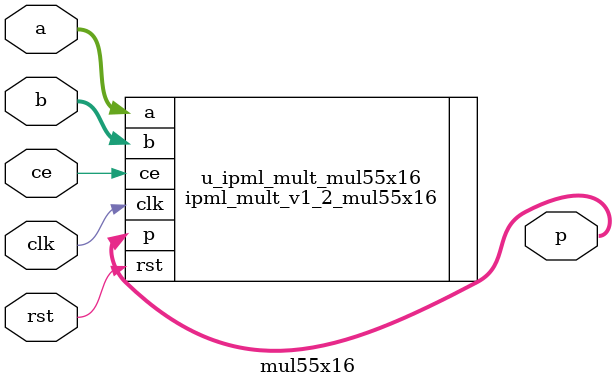
<source format=v>

module mul55x16
(
     ce  ,
     rst ,
     clk ,
     a   ,
     b   ,
     p
);



localparam ASIZE = 55 ; //@IPC int 2,72

localparam BSIZE = 16 ; //@IPC int 2,72

localparam A_SIGNED = 0 ; //@IPC enum 0,1

localparam B_SIGNED = 0 ; //@IPC enum 0,1

localparam ASYNC_RST = 1 ; //@IPC enum 0,1

localparam OPTIMAL_TIMING = 0 ; //@IPC enum 0,1

localparam INREG_EN = 0 ; //@IPC enum 0,1

localparam PIPEREG_EN_1 = 1 ; //@IPC enum 0,1

localparam PIPEREG_EN_2 = 1 ; //@IPC enum 0,1

localparam PIPEREG_EN_3 = 1 ; //@IPC enum 0,1

localparam OUTREG_EN = 1 ; //@IPC enum 0,1

//tmp variable for ipc purpose

localparam PIPE_STATUS = 4 ; //@IPC enum 0,1,2,3,4,5

localparam ASYNC_RST_BOOL = 1 ; //@IPC bool

localparam OPTIMAL_TIMING_BOOL = 0 ; //@IPC bool

//end of tmp variable
localparam  GRS_EN       = "FALSE"         ;

localparam  PSIZE = ASIZE + BSIZE          ;

input                 ce  ;
input                 rst ;
input                 clk ;
input  [ASIZE-1:0]    a   ;
input  [BSIZE-1:0]    b   ;
output [PSIZE-1:0]    p   ;

ipml_mult_v1_2_mul55x16
    #(
    .ASIZE           ( ASIZE            ),
    .BSIZE           ( BSIZE            ),
    .OPTIMAL_TIMING  ( OPTIMAL_TIMING   ),
    .INREG_EN        ( INREG_EN         ),
    .PIPEREG_EN_1    ( PIPEREG_EN_1     ),
    .PIPEREG_EN_2    ( PIPEREG_EN_2     ),
    .PIPEREG_EN_3    ( PIPEREG_EN_3     ),
    .OUTREG_EN       ( OUTREG_EN        ),
    .GRS_EN          ( GRS_EN           ),
    .A_SIGNED        ( A_SIGNED         ),
    .B_SIGNED        ( B_SIGNED         ),
    .ASYNC_RST       ( ASYNC_RST        )
    )u_ipml_mult_mul55x16
    (
    .ce              ( ce     ),
    .rst             ( rst    ),
    .clk             ( clk    ),
    .a               ( a      ),
    .b               ( b      ),
    .p               ( p      )
    );

endmodule


</source>
